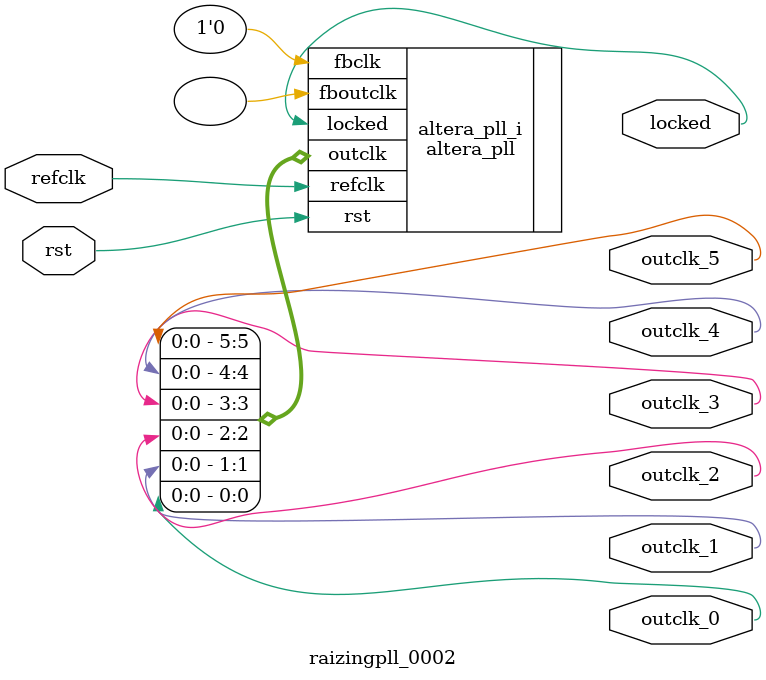
<source format=v>
`timescale 1ns/10ps
module  raizingpll_0002(

	// interface 'refclk'
	input wire refclk,

	// interface 'reset'
	input wire rst,

	// interface 'outclk0'
	output wire outclk_0,

	// interface 'outclk1'
	output wire outclk_1,

	// interface 'outclk2'
	output wire outclk_2,

	// interface 'outclk3'
	output wire outclk_3,

	// interface 'outclk4'
	output wire outclk_4,

	// interface 'outclk5'
	output wire outclk_5,

	// interface 'locked'
	output wire locked
);

	altera_pll #(
		.fractional_vco_multiplier("false"),
		.reference_clock_frequency("50.0 MHz"),
		.operation_mode("direct"),
		.number_of_clocks(6),
		.output_clock_frequency0("47.250000 MHz"),
		.phase_shift0("0 ps"),
		.duty_cycle0(50),
		.output_clock_frequency1("47.250000 MHz"),
		.phase_shift1("5026 ps"),
		.duty_cycle1(50),
		.output_clock_frequency2("27.000000 MHz"),
		.phase_shift2("0 ps"),
		.duty_cycle2(50),
		.output_clock_frequency3("6.750000 MHz"),
		.phase_shift3("0 ps"),
		.duty_cycle3(50),
		.output_clock_frequency4("94.500000 MHz"),
		.phase_shift4("0 ps"),
		.duty_cycle4(50),
		.output_clock_frequency5("94.500000 MHz"),
		.phase_shift5("-2116 ps"),
		.duty_cycle5(50),
		.output_clock_frequency6("0 MHz"),
		.phase_shift6("0 ps"),
		.duty_cycle6(50),
		.output_clock_frequency7("0 MHz"),
		.phase_shift7("0 ps"),
		.duty_cycle7(50),
		.output_clock_frequency8("0 MHz"),
		.phase_shift8("0 ps"),
		.duty_cycle8(50),
		.output_clock_frequency9("0 MHz"),
		.phase_shift9("0 ps"),
		.duty_cycle9(50),
		.output_clock_frequency10("0 MHz"),
		.phase_shift10("0 ps"),
		.duty_cycle10(50),
		.output_clock_frequency11("0 MHz"),
		.phase_shift11("0 ps"),
		.duty_cycle11(50),
		.output_clock_frequency12("0 MHz"),
		.phase_shift12("0 ps"),
		.duty_cycle12(50),
		.output_clock_frequency13("0 MHz"),
		.phase_shift13("0 ps"),
		.duty_cycle13(50),
		.output_clock_frequency14("0 MHz"),
		.phase_shift14("0 ps"),
		.duty_cycle14(50),
		.output_clock_frequency15("0 MHz"),
		.phase_shift15("0 ps"),
		.duty_cycle15(50),
		.output_clock_frequency16("0 MHz"),
		.phase_shift16("0 ps"),
		.duty_cycle16(50),
		.output_clock_frequency17("0 MHz"),
		.phase_shift17("0 ps"),
		.duty_cycle17(50),
		.pll_type("General"),
		.pll_subtype("General")
	) altera_pll_i (
		.rst	(rst),
		.outclk	({outclk_5, outclk_4, outclk_3, outclk_2, outclk_1, outclk_0}),
		.locked	(locked),
		.fboutclk	( ),
		.fbclk	(1'b0),
		.refclk	(refclk)
	);
endmodule


</source>
